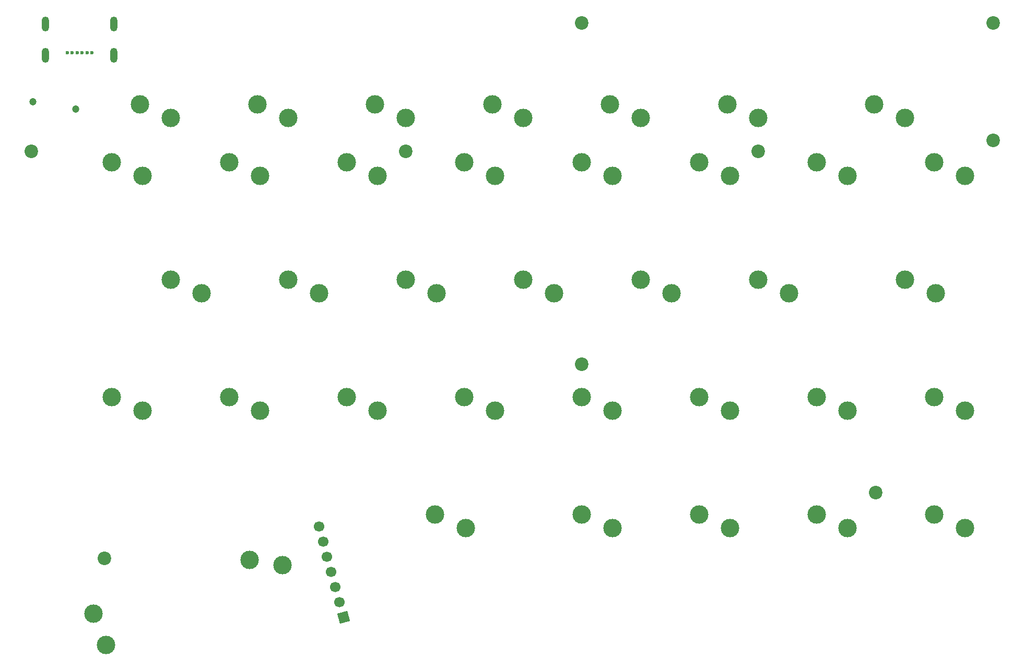
<source format=gbr>
G04 #@! TF.GenerationSoftware,KiCad,Pcbnew,(6.0.8)*
G04 #@! TF.CreationDate,2023-02-19T02:59:28+09:00*
G04 #@! TF.ProjectId,ma8ic_split_69_right,6d613869-635f-4737-906c-69745f36395f,0.1*
G04 #@! TF.SameCoordinates,Original*
G04 #@! TF.FileFunction,Soldermask,Top*
G04 #@! TF.FilePolarity,Negative*
%FSLAX46Y46*%
G04 Gerber Fmt 4.6, Leading zero omitted, Abs format (unit mm)*
G04 Created by KiCad (PCBNEW (6.0.8)) date 2023-02-19 02:59:28*
%MOMM*%
%LPD*%
G01*
G04 APERTURE LIST*
G04 Aperture macros list*
%AMHorizOval*
0 Thick line with rounded ends*
0 $1 width*
0 $2 $3 position (X,Y) of the first rounded end (center of the circle)*
0 $4 $5 position (X,Y) of the second rounded end (center of the circle)*
0 Add line between two ends*
20,1,$1,$2,$3,$4,$5,0*
0 Add two circle primitives to create the rounded ends*
1,1,$1,$2,$3*
1,1,$1,$4,$5*%
%AMRotRect*
0 Rectangle, with rotation*
0 The origin of the aperture is its center*
0 $1 length*
0 $2 width*
0 $3 Rotation angle, in degrees counterclockwise*
0 Add horizontal line*
21,1,$1,$2,0,0,$3*%
G04 Aperture macros list end*
%ADD10C,3.000000*%
%ADD11C,1.200000*%
%ADD12C,2.200000*%
%ADD13C,0.600000*%
%ADD14O,1.200000X2.400000*%
%ADD15RotRect,1.700000X1.700000X15.000000*%
%ADD16HorizOval,1.700000X0.000000X0.000000X0.000000X0.000000X0*%
G04 APERTURE END LIST*
D10*
G04 #@! TO.C,SW6*
X133112500Y-51325000D03*
X138112500Y-53525000D03*
G04 #@! TD*
G04 #@! TO.C,SW37*
X112772968Y-125269788D03*
X118171999Y-126100729D03*
G04 #@! TD*
G04 #@! TO.C,SW28*
X147637500Y-98875000D03*
X152637500Y-101075000D03*
G04 #@! TD*
G04 #@! TO.C,SW22*
X119062500Y-79825000D03*
X124062500Y-82025000D03*
G04 #@! TD*
G04 #@! TO.C,SW21*
X138112500Y-79825000D03*
X143112500Y-82025000D03*
G04 #@! TD*
G04 #@! TO.C,SW32*
X223837500Y-117925000D03*
X228837500Y-120125000D03*
G04 #@! TD*
G04 #@! TO.C,SW4*
X176212500Y-53525000D03*
X171212500Y-51325000D03*
G04 #@! TD*
G04 #@! TO.C,SW31*
X95487500Y-101075000D03*
X90487500Y-98875000D03*
G04 #@! TD*
G04 #@! TO.C,SW27*
X171687500Y-101075000D03*
X166687500Y-98875000D03*
G04 #@! TD*
G04 #@! TO.C,SW11*
X185737500Y-60775000D03*
X190737500Y-62975000D03*
G04 #@! TD*
G04 #@! TO.C,SW12*
X171687500Y-62975000D03*
X166687500Y-60775000D03*
G04 #@! TD*
G04 #@! TO.C,SW33*
X204787500Y-117925000D03*
X209787500Y-120125000D03*
G04 #@! TD*
G04 #@! TO.C,SW34*
X185737500Y-117925000D03*
X190737500Y-120125000D03*
G04 #@! TD*
G04 #@! TO.C,SW2*
X214075000Y-51325000D03*
X219075000Y-53525000D03*
G04 #@! TD*
G04 #@! TO.C,SW29*
X128587500Y-98875000D03*
X133587500Y-101075000D03*
G04 #@! TD*
G04 #@! TO.C,SW16*
X90487500Y-60775000D03*
X95487500Y-62975000D03*
G04 #@! TD*
G04 #@! TO.C,SW9*
X223837500Y-60775000D03*
X228837500Y-62975000D03*
G04 #@! TD*
G04 #@! TO.C,SW18*
X200262500Y-82025000D03*
X195262500Y-79825000D03*
G04 #@! TD*
G04 #@! TO.C,SW20*
X157162500Y-79825000D03*
X162162500Y-82025000D03*
G04 #@! TD*
G04 #@! TO.C,SW8*
X100012500Y-53525000D03*
X95012500Y-51325000D03*
G04 #@! TD*
G04 #@! TO.C,SW15*
X114537500Y-62975000D03*
X109537500Y-60775000D03*
G04 #@! TD*
G04 #@! TO.C,SW23*
X105012500Y-82025000D03*
X100012500Y-79825000D03*
G04 #@! TD*
G04 #@! TO.C,SW10*
X204787500Y-60775000D03*
X209787500Y-62975000D03*
G04 #@! TD*
G04 #@! TO.C,SW17*
X219075000Y-79825000D03*
X224075000Y-82025000D03*
G04 #@! TD*
G04 #@! TO.C,SW13*
X147637500Y-60775000D03*
X152637500Y-62975000D03*
G04 #@! TD*
G04 #@! TO.C,SW26*
X185737500Y-98875000D03*
X190737500Y-101075000D03*
G04 #@! TD*
G04 #@! TO.C,SW7*
X114062500Y-51325000D03*
X119062500Y-53525000D03*
G04 #@! TD*
G04 #@! TO.C,SW3*
X195262500Y-53525000D03*
X190262500Y-51325000D03*
G04 #@! TD*
G04 #@! TO.C,SW24*
X223837500Y-98875000D03*
X228837500Y-101075000D03*
G04 #@! TD*
G04 #@! TO.C,SW36*
X147875000Y-120125000D03*
X142875000Y-117925000D03*
G04 #@! TD*
G04 #@! TO.C,SW19*
X176212500Y-79825000D03*
X181212500Y-82025000D03*
G04 #@! TD*
G04 #@! TO.C,SW5*
X157162500Y-53525000D03*
X152162500Y-51325000D03*
G04 #@! TD*
G04 #@! TO.C,SW14*
X133587500Y-62975000D03*
X128587500Y-60775000D03*
G04 #@! TD*
G04 #@! TO.C,SW35*
X171687645Y-120124855D03*
X166687645Y-117924855D03*
G04 #@! TD*
G04 #@! TO.C,SW25*
X209787500Y-101075000D03*
X204787500Y-98875000D03*
G04 #@! TD*
G04 #@! TO.C,SW30*
X109537500Y-98875000D03*
X114537500Y-101075000D03*
G04 #@! TD*
G04 #@! TO.C,SW38*
X89495579Y-139031739D03*
X87515680Y-133940570D03*
G04 #@! TD*
D11*
G04 #@! TO.C,J2*
X77707408Y-50887332D03*
X84601062Y-52102870D03*
G04 #@! TD*
D12*
G04 #@! TO.C,*
X233362500Y-38100000D03*
G04 #@! TD*
G04 #@! TO.C,*
X77390510Y-58935947D03*
G04 #@! TD*
D13*
G04 #@! TO.C,J1*
X87248800Y-42918822D03*
X86448800Y-42918822D03*
X85648800Y-42918822D03*
X84848800Y-42918822D03*
X84048800Y-42918822D03*
X83248800Y-42918822D03*
D14*
X79698800Y-43368822D03*
X90798800Y-43368822D03*
X79698800Y-38318822D03*
X90798800Y-38318822D03*
G04 #@! TD*
D12*
G04 #@! TO.C,*
X166688200Y-38099965D03*
G04 #@! TD*
G04 #@! TO.C,*
X233362500Y-57149965D03*
G04 #@! TD*
G04 #@! TO.C,*
X166687444Y-93464101D03*
G04 #@! TD*
G04 #@! TO.C,REF\u002A\u002A*
X195262468Y-58935947D03*
G04 #@! TD*
G04 #@! TO.C,REF\u002A\u002A*
X214312500Y-114300000D03*
G04 #@! TD*
G04 #@! TO.C,REF\u002A\u002A*
X138113080Y-58935947D03*
G04 #@! TD*
G04 #@! TO.C,REF\u002A\u002A*
X89296770Y-125015690D03*
G04 #@! TD*
D15*
G04 #@! TO.C,J4*
X128006617Y-134540590D03*
D16*
X127349217Y-132087138D03*
X126691816Y-129633687D03*
X126034416Y-127180235D03*
X125377016Y-124726784D03*
X124719615Y-122273332D03*
X124062215Y-119819880D03*
G04 #@! TD*
M02*

</source>
